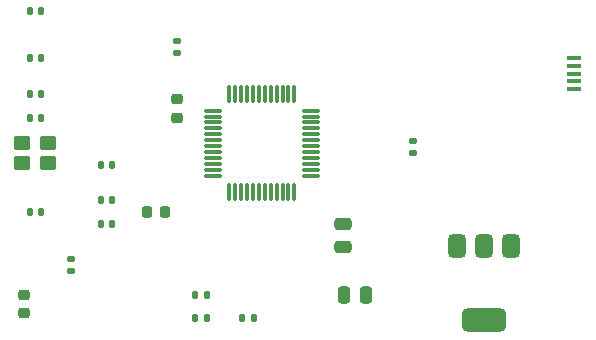
<source format=gbr>
%TF.GenerationSoftware,KiCad,Pcbnew,9.0.4*%
%TF.CreationDate,2025-09-11T21:53:48-07:00*%
%TF.ProjectId,STM32 PCB design,53544d33-3220-4504-9342-206465736967,rev?*%
%TF.SameCoordinates,Original*%
%TF.FileFunction,Paste,Top*%
%TF.FilePolarity,Positive*%
%FSLAX46Y46*%
G04 Gerber Fmt 4.6, Leading zero omitted, Abs format (unit mm)*
G04 Created by KiCad (PCBNEW 9.0.4) date 2025-09-11 21:53:48*
%MOMM*%
%LPD*%
G01*
G04 APERTURE LIST*
G04 Aperture macros list*
%AMRoundRect*
0 Rectangle with rounded corners*
0 $1 Rounding radius*
0 $2 $3 $4 $5 $6 $7 $8 $9 X,Y pos of 4 corners*
0 Add a 4 corners polygon primitive as box body*
4,1,4,$2,$3,$4,$5,$6,$7,$8,$9,$2,$3,0*
0 Add four circle primitives for the rounded corners*
1,1,$1+$1,$2,$3*
1,1,$1+$1,$4,$5*
1,1,$1+$1,$6,$7*
1,1,$1+$1,$8,$9*
0 Add four rect primitives between the rounded corners*
20,1,$1+$1,$2,$3,$4,$5,0*
20,1,$1+$1,$4,$5,$6,$7,0*
20,1,$1+$1,$6,$7,$8,$9,0*
20,1,$1+$1,$8,$9,$2,$3,0*%
G04 Aperture macros list end*
%ADD10RoundRect,0.140000X0.140000X0.170000X-0.140000X0.170000X-0.140000X-0.170000X0.140000X-0.170000X0*%
%ADD11RoundRect,0.140000X-0.140000X-0.170000X0.140000X-0.170000X0.140000X0.170000X-0.140000X0.170000X0*%
%ADD12RoundRect,0.218750X-0.218750X-0.256250X0.218750X-0.256250X0.218750X0.256250X-0.218750X0.256250X0*%
%ADD13RoundRect,0.225000X0.250000X-0.225000X0.250000X0.225000X-0.250000X0.225000X-0.250000X-0.225000X0*%
%ADD14RoundRect,0.250000X0.250000X0.475000X-0.250000X0.475000X-0.250000X-0.475000X0.250000X-0.475000X0*%
%ADD15RoundRect,0.135000X0.135000X0.185000X-0.135000X0.185000X-0.135000X-0.185000X0.135000X-0.185000X0*%
%ADD16RoundRect,0.250000X0.450000X0.350000X-0.450000X0.350000X-0.450000X-0.350000X0.450000X-0.350000X0*%
%ADD17RoundRect,0.135000X0.185000X-0.135000X0.185000X0.135000X-0.185000X0.135000X-0.185000X-0.135000X0*%
%ADD18RoundRect,0.218750X-0.256250X0.218750X-0.256250X-0.218750X0.256250X-0.218750X0.256250X0.218750X0*%
%ADD19RoundRect,0.250000X-0.475000X0.250000X-0.475000X-0.250000X0.475000X-0.250000X0.475000X0.250000X0*%
%ADD20RoundRect,0.075000X-0.662500X-0.075000X0.662500X-0.075000X0.662500X0.075000X-0.662500X0.075000X0*%
%ADD21RoundRect,0.075000X-0.075000X-0.662500X0.075000X-0.662500X0.075000X0.662500X-0.075000X0.662500X0*%
%ADD22R,1.300000X0.450000*%
%ADD23RoundRect,0.135000X-0.185000X0.135000X-0.185000X-0.135000X0.185000X-0.135000X0.185000X0.135000X0*%
%ADD24RoundRect,0.375000X-0.375000X0.625000X-0.375000X-0.625000X0.375000X-0.625000X0.375000X0.625000X0*%
%ADD25RoundRect,0.500000X-1.400000X0.500000X-1.400000X-0.500000X1.400000X-0.500000X1.400000X0.500000X0*%
G04 APERTURE END LIST*
D10*
%TO.C,C1*%
X122480000Y-73000000D03*
X121520000Y-73000000D03*
%TD*%
D11*
%TO.C,C7*%
X139520000Y-92000000D03*
X140480000Y-92000000D03*
%TD*%
D10*
%TO.C,C5*%
X128480000Y-84000000D03*
X127520000Y-84000000D03*
%TD*%
%TO.C,C6*%
X128480000Y-82000000D03*
X127520000Y-82000000D03*
%TD*%
%TO.C,C3*%
X122480000Y-66000000D03*
X121520000Y-66000000D03*
%TD*%
D12*
%TO.C,FB1*%
X131425000Y-83000000D03*
X133000000Y-83000000D03*
%TD*%
D13*
%TO.C,C4*%
X134000000Y-75000000D03*
X134000000Y-73450000D03*
%TD*%
D14*
%TO.C,C11*%
X150000000Y-90000000D03*
X148100000Y-90000000D03*
%TD*%
D15*
%TO.C,R5*%
X136510000Y-92000000D03*
X135490000Y-92000000D03*
%TD*%
D16*
%TO.C,Y1*%
X123100000Y-77150000D03*
X120900000Y-77150000D03*
X120900000Y-78850000D03*
X123100000Y-78850000D03*
%TD*%
D11*
%TO.C,C10*%
X121520000Y-83000000D03*
X122480000Y-83000000D03*
%TD*%
D17*
%TO.C,R2*%
X154000000Y-78000000D03*
X154000000Y-76980000D03*
%TD*%
D18*
%TO.C,D1*%
X121000000Y-90000000D03*
X121000000Y-91575000D03*
%TD*%
D17*
%TO.C,R3*%
X125000000Y-88020000D03*
X125000000Y-87000000D03*
%TD*%
D19*
%TO.C,C12*%
X148000000Y-84050000D03*
X148000000Y-85950000D03*
%TD*%
D20*
%TO.C,U1*%
X137010700Y-74415200D03*
X137010700Y-74915200D03*
X137010700Y-75415200D03*
X137010700Y-75915200D03*
X137010700Y-76415200D03*
X137010700Y-76915200D03*
X137010700Y-77415200D03*
X137010700Y-77915200D03*
X137010700Y-78415200D03*
X137010700Y-78915200D03*
X137010700Y-79415200D03*
X137010700Y-79915200D03*
D21*
X138423200Y-81327700D03*
X138923200Y-81327700D03*
X139423200Y-81327700D03*
X139923200Y-81327700D03*
X140423200Y-81327700D03*
X140923200Y-81327700D03*
X141423200Y-81327700D03*
X141923200Y-81327700D03*
X142423200Y-81327700D03*
X142923200Y-81327700D03*
X143423200Y-81327700D03*
X143923200Y-81327700D03*
D20*
X145335700Y-79915200D03*
X145335700Y-79415200D03*
X145335700Y-78915200D03*
X145335700Y-78415200D03*
X145335700Y-77915200D03*
X145335700Y-77415200D03*
X145335700Y-76915200D03*
X145335700Y-76415200D03*
X145335700Y-75915200D03*
X145335700Y-75415200D03*
X145335700Y-74915200D03*
X145335700Y-74415200D03*
D21*
X143923200Y-73002700D03*
X143423200Y-73002700D03*
X142923200Y-73002700D03*
X142423200Y-73002700D03*
X141923200Y-73002700D03*
X141423200Y-73002700D03*
X140923200Y-73002700D03*
X140423200Y-73002700D03*
X139923200Y-73002700D03*
X139423200Y-73002700D03*
X138923200Y-73002700D03*
X138423200Y-73002700D03*
%TD*%
D22*
%TO.C,J1*%
X167626600Y-72577400D03*
X167626600Y-71927400D03*
X167626600Y-71277400D03*
X167626600Y-70627400D03*
X167626600Y-69977400D03*
%TD*%
D15*
%TO.C,R4*%
X136510000Y-90000000D03*
X135490000Y-90000000D03*
%TD*%
D10*
%TO.C,C9*%
X122480000Y-75000000D03*
X121520000Y-75000000D03*
%TD*%
D23*
%TO.C,R1*%
X134000000Y-68490000D03*
X134000000Y-69510000D03*
%TD*%
D10*
%TO.C,C8*%
X128480000Y-79000000D03*
X127520000Y-79000000D03*
%TD*%
%TO.C,C2*%
X122480000Y-70000000D03*
X121520000Y-70000000D03*
%TD*%
D24*
%TO.C,U2*%
X162300000Y-85850000D03*
X160000000Y-85850000D03*
D25*
X160000000Y-92150000D03*
D24*
X157700000Y-85850000D03*
%TD*%
M02*

</source>
